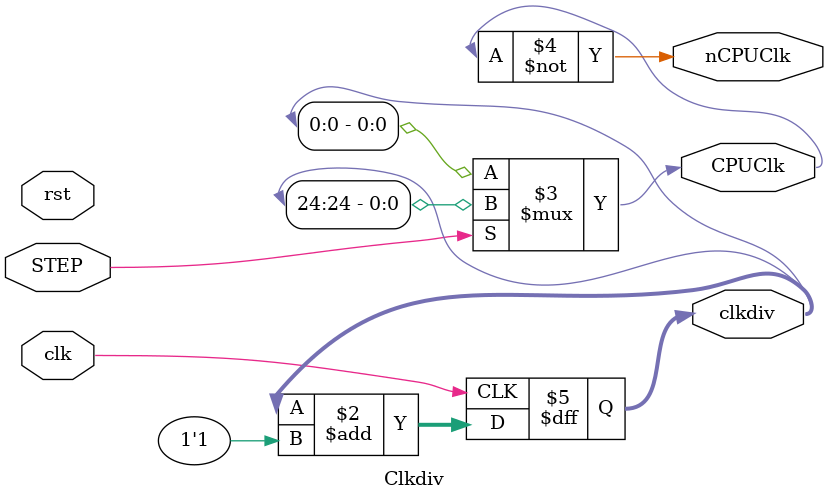
<source format=v>
`timescale 1ns / 1ps
module Clkdiv(input clk,
					input rst,
					input STEP,
					output reg[31:0]clkdiv,
					output CPUClk,
					output nCPUClk
					);
					
// Clock divider-Ê±ÖÓ·ÖÆµÆ÷


	always @ (posedge clk ) 	//or posedge rst
				clkdiv <= clkdiv + 1'b1;
//		if (rst) clkdiv <= 0; else clkdiv <= clkdiv + 1'b1; 
		
	assign CPUClk = (STEP)? clkdiv[24] : clkdiv[0];
	assign nCPUClk = ~CPUClk;
		
endmodule

</source>
